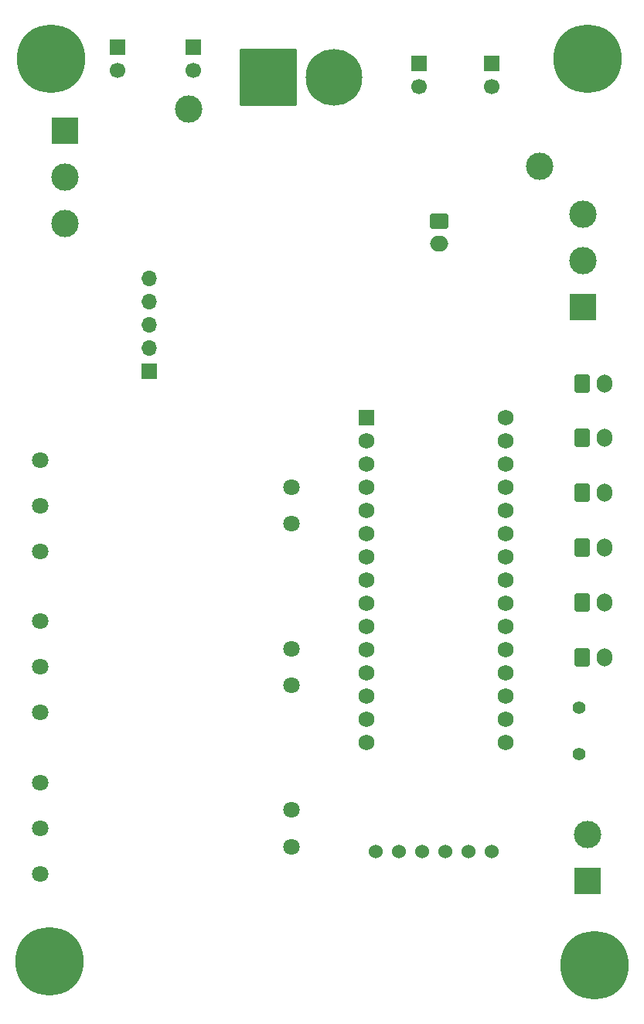
<source format=gbr>
%TF.GenerationSoftware,KiCad,Pcbnew,9.0.4*%
%TF.CreationDate,2025-09-20T14:11:16+05:30*%
%TF.ProjectId,FireSide v2.0,46697265-5369-4646-9520-76322e302e6b,rev?*%
%TF.SameCoordinates,Original*%
%TF.FileFunction,Soldermask,Bot*%
%TF.FilePolarity,Negative*%
%FSLAX46Y46*%
G04 Gerber Fmt 4.6, Leading zero omitted, Abs format (unit mm)*
G04 Created by KiCad (PCBNEW 9.0.4) date 2025-09-20 14:11:16*
%MOMM*%
%LPD*%
G01*
G04 APERTURE LIST*
G04 Aperture macros list*
%AMRoundRect*
0 Rectangle with rounded corners*
0 $1 Rounding radius*
0 $2 $3 $4 $5 $6 $7 $8 $9 X,Y pos of 4 corners*
0 Add a 4 corners polygon primitive as box body*
4,1,4,$2,$3,$4,$5,$6,$7,$8,$9,$2,$3,0*
0 Add four circle primitives for the rounded corners*
1,1,$1+$1,$2,$3*
1,1,$1+$1,$4,$5*
1,1,$1+$1,$6,$7*
1,1,$1+$1,$8,$9*
0 Add four rect primitives between the rounded corners*
20,1,$1+$1,$2,$3,$4,$5,0*
20,1,$1+$1,$4,$5,$6,$7,0*
20,1,$1+$1,$6,$7,$8,$9,0*
20,1,$1+$1,$8,$9,$2,$3,0*%
G04 Aperture macros list end*
%ADD10C,1.800000*%
%ADD11C,7.500000*%
%ADD12RoundRect,0.250000X-0.600000X-0.750000X0.600000X-0.750000X0.600000X0.750000X-0.600000X0.750000X0*%
%ADD13O,1.700000X2.000000*%
%ADD14R,1.700000X1.700000*%
%ADD15C,1.700000*%
%ADD16RoundRect,0.250000X-0.750000X0.600000X-0.750000X-0.600000X0.750000X-0.600000X0.750000X0.600000X0*%
%ADD17O,2.000000X1.700000*%
%ADD18C,1.524000*%
%ADD19C,1.400000*%
%ADD20RoundRect,0.102000X-0.762000X-0.762000X0.762000X-0.762000X0.762000X0.762000X-0.762000X0.762000X0*%
%ADD21C,1.728000*%
%ADD22R,3.000000X3.000000*%
%ADD23C,3.000000*%
%ADD24C,6.204000*%
%ADD25RoundRect,0.102000X-3.000000X-3.000000X3.000000X-3.000000X3.000000X3.000000X-3.000000X3.000000X0*%
%ADD26O,1.700000X1.700000*%
G04 APERTURE END LIST*
D10*
%TO.C,U5*%
X106500000Y-87180000D03*
X106500000Y-83180000D03*
X79000000Y-90180000D03*
X79000000Y-85180000D03*
X79000000Y-80180000D03*
%TD*%
D11*
%TO.C,H2*%
X80050400Y-135100800D03*
%TD*%
%TO.C,H3*%
X80250000Y-36250000D03*
%TD*%
D12*
%TO.C,J4*%
X138352799Y-83781199D03*
D13*
X140852799Y-83781199D03*
%TD*%
D14*
%TO.C,J12*%
X87500000Y-34958563D03*
D15*
X87500000Y-37498563D03*
%TD*%
D16*
%TO.C,J10*%
X122750000Y-54000000D03*
D17*
X122750000Y-56500000D03*
%TD*%
D14*
%TO.C,J8*%
X120500000Y-36725000D03*
D15*
X120500000Y-39265000D03*
%TD*%
D11*
%TO.C,H1*%
X139750000Y-135500000D03*
%TD*%
D12*
%TO.C,J5*%
X138352799Y-77781199D03*
D13*
X140852799Y-77781199D03*
%TD*%
D18*
%TO.C,U8*%
X128450000Y-123000000D03*
X125910000Y-123000000D03*
X123370000Y-123000000D03*
X120830000Y-123000000D03*
X118290000Y-123000000D03*
X115750000Y-123000000D03*
%TD*%
D10*
%TO.C,U7*%
X106500000Y-122500000D03*
X106500000Y-118500000D03*
X79000000Y-125500000D03*
X79000000Y-120500000D03*
X79000000Y-115500000D03*
%TD*%
D19*
%TO.C,R2*%
X138050400Y-112350800D03*
X138050400Y-107270800D03*
%TD*%
D20*
%TO.C,U9*%
X114750000Y-75500000D03*
D21*
X114750000Y-78040000D03*
X114750000Y-80580000D03*
X114750000Y-83120000D03*
X114750000Y-85660000D03*
X114750000Y-88200000D03*
X114750000Y-90740000D03*
X114750000Y-93280000D03*
X114750000Y-95820000D03*
X114750000Y-98360000D03*
X114750000Y-100900000D03*
X114750000Y-103440000D03*
X114750000Y-105980000D03*
X114750000Y-108520000D03*
X114750000Y-111060000D03*
X129990000Y-75500000D03*
X129990000Y-78040000D03*
X129990000Y-80580000D03*
X129990000Y-83120000D03*
X129990000Y-85660000D03*
X129990000Y-88200000D03*
X129990000Y-90740000D03*
X129990000Y-93280000D03*
X129990000Y-95820000D03*
X129990000Y-98360000D03*
X129990000Y-100900000D03*
X129990000Y-103440000D03*
X129990000Y-105980000D03*
X129990000Y-108520000D03*
X129990000Y-111060000D03*
%TD*%
D22*
%TO.C,J14*%
X139000000Y-126250000D03*
D23*
X139000000Y-121170000D03*
%TD*%
D14*
%TO.C,J7*%
X128500000Y-36725000D03*
D15*
X128500000Y-39265000D03*
%TD*%
D10*
%TO.C,U6*%
X106500000Y-104840000D03*
X106500000Y-100840000D03*
X79000000Y-107840000D03*
X79000000Y-102840000D03*
X79000000Y-97840000D03*
%TD*%
D14*
%TO.C,J11*%
X95750000Y-34960000D03*
D15*
X95750000Y-37500000D03*
%TD*%
D12*
%TO.C,J2*%
X138352799Y-95781199D03*
D13*
X140852799Y-95781199D03*
%TD*%
D24*
%TO.C,U3*%
X111200000Y-38312500D03*
D25*
X104000000Y-38312500D03*
%TD*%
D23*
%TO.C,TP2*%
X95250000Y-41750000D03*
%TD*%
D12*
%TO.C,J1*%
X138352799Y-101781199D03*
D13*
X140852799Y-101781199D03*
%TD*%
D23*
%TO.C,TP1*%
X133750000Y-48000000D03*
%TD*%
D11*
%TO.C,H4*%
X139000000Y-36250000D03*
%TD*%
D12*
%TO.C,J6*%
X138352799Y-71781199D03*
D13*
X140852799Y-71781199D03*
%TD*%
D22*
%TO.C,J13*%
X138477718Y-63464391D03*
D23*
X138477718Y-58384391D03*
X138477718Y-53304391D03*
%TD*%
D12*
%TO.C,J3*%
X138352799Y-89781199D03*
D13*
X140852799Y-89781199D03*
%TD*%
D22*
%TO.C,J9*%
X81750000Y-44170000D03*
D23*
X81750000Y-49250000D03*
X81750000Y-54330000D03*
%TD*%
D26*
%TO.C,U2*%
X91000000Y-60340000D03*
X91000000Y-62880000D03*
X91000000Y-65420000D03*
X91000000Y-67960000D03*
D14*
X91000000Y-70500000D03*
%TD*%
M02*

</source>
